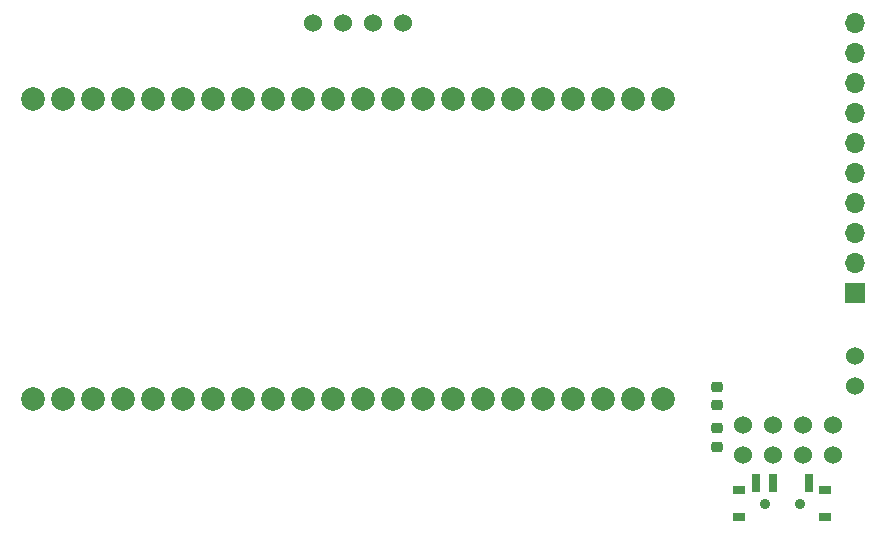
<source format=gbr>
%TF.GenerationSoftware,KiCad,Pcbnew,7.0.6*%
%TF.CreationDate,2024-02-09T00:40:26+01:00*%
%TF.ProjectId,openDTU,6f70656e-4454-4552-9e6b-696361645f70,rev?*%
%TF.SameCoordinates,Original*%
%TF.FileFunction,Soldermask,Bot*%
%TF.FilePolarity,Negative*%
%FSLAX46Y46*%
G04 Gerber Fmt 4.6, Leading zero omitted, Abs format (unit mm)*
G04 Created by KiCad (PCBNEW 7.0.6) date 2024-02-09 00:40:26*
%MOMM*%
%LPD*%
G01*
G04 APERTURE LIST*
G04 Aperture macros list*
%AMRoundRect*
0 Rectangle with rounded corners*
0 $1 Rounding radius*
0 $2 $3 $4 $5 $6 $7 $8 $9 X,Y pos of 4 corners*
0 Add a 4 corners polygon primitive as box body*
4,1,4,$2,$3,$4,$5,$6,$7,$8,$9,$2,$3,0*
0 Add four circle primitives for the rounded corners*
1,1,$1+$1,$2,$3*
1,1,$1+$1,$4,$5*
1,1,$1+$1,$6,$7*
1,1,$1+$1,$8,$9*
0 Add four rect primitives between the rounded corners*
20,1,$1+$1,$2,$3,$4,$5,0*
20,1,$1+$1,$4,$5,$6,$7,0*
20,1,$1+$1,$6,$7,$8,$9,0*
20,1,$1+$1,$8,$9,$2,$3,0*%
G04 Aperture macros list end*
%ADD10C,1.524000*%
%ADD11R,1.000000X0.800000*%
%ADD12C,0.900000*%
%ADD13R,0.700000X1.500000*%
%ADD14C,2.000000*%
%ADD15RoundRect,0.225000X-0.250000X0.225000X-0.250000X-0.225000X0.250000X-0.225000X0.250000X0.225000X0*%
%ADD16R,1.700000X1.700000*%
%ADD17O,1.700000X1.700000*%
G04 APERTURE END LIST*
D10*
%TO.C,J2*%
X177700000Y-94900000D03*
X177700000Y-92360000D03*
%TD*%
%TO.C,U3*%
X131740800Y-64167600D03*
X134280800Y-64167600D03*
X136820800Y-64167600D03*
X139360800Y-64167600D03*
%TD*%
%TO.C,U1*%
X168185000Y-100708500D03*
X168185000Y-98168500D03*
X170725000Y-100708500D03*
X170725000Y-98168500D03*
X173265000Y-100708500D03*
X173265000Y-98168500D03*
X175805000Y-100708500D03*
X175805000Y-98168500D03*
%TD*%
D11*
%TO.C,SW1*%
X175150000Y-105930000D03*
X175150000Y-103720000D03*
D12*
X173000000Y-104830000D03*
X170000000Y-104830000D03*
D11*
X167850000Y-105930000D03*
X167850000Y-103720000D03*
D13*
X173750000Y-103070000D03*
X170750000Y-103070000D03*
X169250000Y-103070000D03*
%TD*%
D14*
%TO.C,U2*%
X161400000Y-95999964D03*
X158860000Y-95999964D03*
X156320000Y-95999964D03*
X153780000Y-95999964D03*
X151240000Y-95999964D03*
X148700000Y-95999964D03*
X146160000Y-95999964D03*
X143620000Y-95999964D03*
X141080000Y-95999964D03*
X138540000Y-95999964D03*
X136000000Y-95999964D03*
X133460000Y-95999964D03*
X130920000Y-95999964D03*
X128380000Y-95999964D03*
X125840000Y-95999964D03*
X123300000Y-95999964D03*
X120760000Y-95999964D03*
X118220000Y-95999964D03*
X115680000Y-95999964D03*
X113140000Y-95999964D03*
X110600000Y-95999964D03*
X108060000Y-95999964D03*
X108060000Y-70598100D03*
X110600000Y-70599964D03*
X113140000Y-70599964D03*
X115680000Y-70599964D03*
X118220000Y-70599964D03*
X120760000Y-70599964D03*
X123300000Y-70599964D03*
X125840000Y-70599964D03*
X128380000Y-70599964D03*
X130920000Y-70599964D03*
X133460000Y-70599964D03*
X136000000Y-70599964D03*
X138540000Y-70599964D03*
X141080000Y-70599964D03*
X143620000Y-70599964D03*
X146160000Y-70599964D03*
X148700000Y-70599964D03*
X151240000Y-70599964D03*
X153780000Y-70599964D03*
X156320000Y-70599964D03*
X158860000Y-70599964D03*
X161400000Y-70599964D03*
%TD*%
D15*
%TO.C,C1*%
X166000000Y-94950000D03*
X166000000Y-96500000D03*
%TD*%
D16*
%TO.C,J1*%
X177700000Y-87000000D03*
D17*
X177700000Y-84460000D03*
X177700000Y-81920000D03*
X177700000Y-79380000D03*
X177700000Y-76840000D03*
X177700000Y-74300000D03*
X177700000Y-71760000D03*
X177700000Y-69220000D03*
X177700000Y-66680000D03*
X177700000Y-64140000D03*
%TD*%
D15*
%TO.C,C2*%
X166000000Y-98450000D03*
X166000000Y-100000000D03*
%TD*%
M02*

</source>
